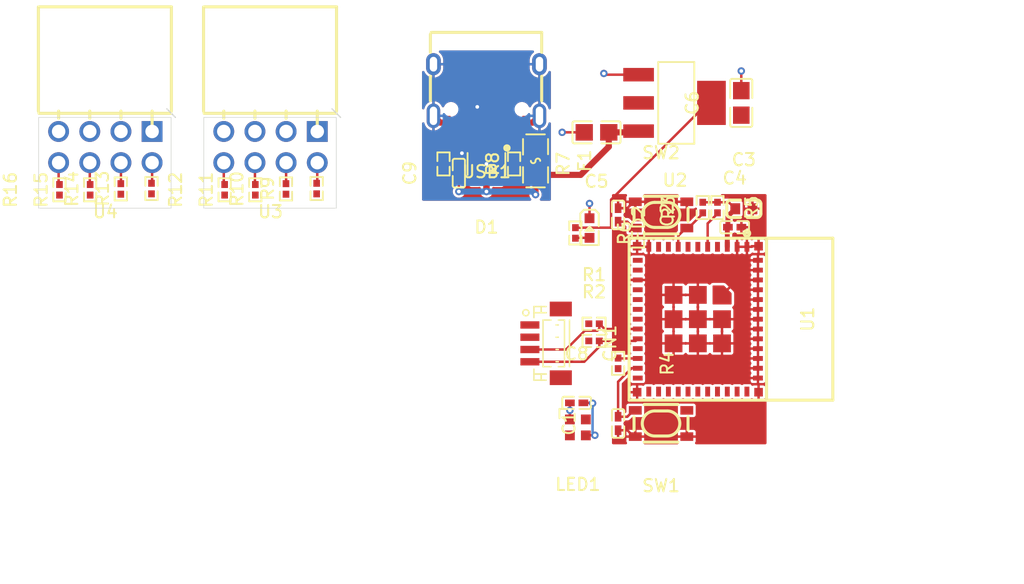
<source format=kicad_pcb>
(kicad_pcb (version 20241229) (generator "pcbnew") (generator_version "9.0")
  (layers (0 "F.Cu" signal) (2 "B.Cu" signal) (13 "F.Paste" user) (15 "B.Paste" user) (5 "F.SilkS" user "F.Silkscreen") (7 "B.SilkS" user "B.Silkscreen") (1 "F.Mask" user) (3 "B.Mask" user) (25 "Edge.Cuts" user))
  (net 0 "")
  (net 1 "mcu.esp32_c3.package.footprint.pins[17].net-net")
  (net 2 "_0")
  (net 3 "mcu.esp32_c3.package.footprint.pins[8].net-net")
  (net 4 "mcu.esp32_c3.package.footprint.pins[52].net-net")
  (net 5 "-line-11")
  (net 6 "-line-8")
  (net 7 "mcu.esp32_c3.package.footprint.pins[25].net-net")
  (net 8 "-line-4")
  (net 9 "output-1")
  (net 10 "-line-5")
  (net 11 "mcu.esp32_c3.package.footprint.pins[6].net-net")
  (net 12 "-line-6")
  (net 13 "hv-1")
  (net 14 "mcu.esp32_c3.package.footprint.pins[20].net-net")
  (net 15 "-line-10")
  (net 16 "mcu.esp32_c3.package.footprint.pins[28].net-net")
  (net 17 "-line-12")
  (net 18 "mcu.esp32_c3.package.footprint.pins[33].net-net")
  (net 19 "mcu.esp32_c3.package.footprint.pins[1].net-net")
  (net 20 "mcu.esp32_c3.package.footprint.pins[27].net-net")
  (net 21 "-line-7")
  (net 22 "-line-9")
  (net 23 "mcu.esp32_c3.package.footprint.pins[50].net-net")
  (net 24 "mcu.esp32_c3.package.footprint.pins[16].net-net")
  (net 25 "mcu.esp32_c3.package.footprint.pins[26].net-net")
  (net 26 "mcu.esp32_c3.package.footprint.pins[21].net-net")
  (net 27 "gnd")
  (net 28 "line-1")
  (net 29 "line-3")
  (net 30 "line-4")
  (net 31 "-hv")
  (net 32 "line-0")
  (net 33 "line-5")
  (net 34 "line-2")
  (net 35 "hv-0")
  (net 36 "output-0")
  (net 37 "anode")
  (net 38 "debug_header.headers[1]-_8")
  (net 39 "debug_header.headers[0]-_6")
  (net 40 "debug_header.headers[1]-_4")
  (net 41 "debug_header.headers[1]-_6")
  (net 42 "debug_header.headers[1]-line-1")
  (net 43 "debug_header.headers[1]-line-0")
  (net 44 "debug_header.headers[0]-_4")
  (net 45 "debug_header.headers[0]-_8")
  (net 46 "debug_header.headers[0]-_2")
  (net 47 "debug_header.headers[1]-_2")
  (net 48 "debug_header.headers[1]-gnd")
  (net 49 "-line-1")
  (net 50 "-line-2")
  (net 51 "-line-0")
  (net 52 "-line-3")
  (footprint "Samsung_Electro_Mechanics_CL10A226MQ8NRNC:C0603" (layer "F.Cu") (at 154.18 28.83)
    (property "Reference" "C3" (at 0 -4 0) (layer "F.SilkS"))
    (property "Value" "22µF ±20% 6.3V X5R")
    (fp_text user "${REFERENCE}" (at 0 -4 0) (layer "F.SilkS"))
    (pad "1" smd rect (at -0.7 0) (size 0.8 0.9) (layers "F.Cu" "F.Mask" "F.Paste") (net 13 "hv-1"))
    (pad "2" smd rect (at 0.7 0) (size 0.8 0.9) (layers "F.Cu" "F.Mask" "F.Paste") (net 27 "gnd"))
  )
  (footprint "UNI_ROYAL_0402WGF1002TCE:R0402" (layer "F.Cu") (at 150.83 28.73 -90)
    (property "Reference" "R5" (at 0 -4 90) (layer "F.SilkS"))
    (property "Value" "10kΩ ±1% 62.5mW")
    (fp_text user "${REFERENCE}" (at 0 -4 90) (layer "F.SilkS"))
    (pad "1" smd rect (at -0.43 0 270) (size 0.57 0.54) (layers "F.Cu" "F.Mask" "F.Paste") (net 13 "hv-1"))
    (pad "2" smd rect (at 0.43 0 270) (size 0.57 0.54) (layers "F.Cu" "F.Mask" "F.Paste") (net 9 "output-1"))
  )
  (footprint "HCTL_PM254_2_04_W_8_5:HDR-TH_8P-P2.54-H-F-R2-C4-W8.5" (layer "F.Cu") (at 115.6 23.8 180)
    (property "Reference" "U3" (at 0 -5.27 0) (layer "F.SilkS"))
    (property "Value" "")
    (fp_text user "${REFERENCE}" (at 0 -5.27 0) (layer "F.SilkS"))
    (pad "1" thru_hole rect (at -3.81 1.27 180) (size 1.7 1.7) (drill 1.100023) (layers "*.Cu" "*.Mask") (net 27 "gnd"))
    (pad "2" thru_hole circle (at -3.81 -1.27 180) (size 1.7 1.7) (drill 1.100023) (layers "*.Cu" "*.Mask") (net 46 "debug_header.headers[0]-_2"))
    (pad "3" thru_hole circle (at -1.27 1.27 180) (size 1.7 1.7) (drill 1.100023) (layers "*.Cu" "*.Mask") (net 27 "gnd"))
    (pad "4" thru_hole circle (at -1.27 -1.27 180) (size 1.7 1.7) (drill 1.100023) (layers "*.Cu" "*.Mask") (net 44 "debug_header.headers[0]-_4"))
    (pad "5" thru_hole circle (at 1.27 1.27 180) (size 1.7 1.7) (drill 1.100023) (layers "*.Cu" "*.Mask") (net 27 "gnd"))
    (pad "6" thru_hole circle (at 1.27 -1.27 180) (size 1.7 1.7) (drill 1.100023) (layers "*.Cu" "*.Mask") (net 39 "debug_header.headers[0]-_6"))
    (pad "7" thru_hole circle (at 3.81 1.27 180) (size 1.7 1.7) (drill 1.100023) (layers "*.Cu" "*.Mask") (net 27 "gnd"))
    (pad "8" thru_hole circle (at 3.81 -1.27 180) (size 1.7 1.7) (drill 1.100023) (layers "*.Cu" "*.Mask") (net 45 "debug_header.headers[0]-_8"))
  )
  (footprint "Samsung_Electro_Mechanics_CL05B104KO5NNNC:C0402" (layer "F.Cu") (at 143.93 46.33 90)
    (property "Reference" "C1" (at 0 -4 90) (layer "F.SilkS"))
    (property "Value" "100nF ±10% 16V X7R")
    (fp_text user "${REFERENCE}" (at 0 -4 90) (layer "F.SilkS"))
    (pad "1" smd rect (at -0.55 0 90) (size 0.79 0.54) (layers "F.Cu" "F.Mask" "F.Paste") (net 27 "gnd"))
    (pad "2" smd rect (at 0.55 0 90) (size 0.79 0.54) (layers "F.Cu" "F.Mask" "F.Paste") (net 36 "output-0"))
  )
  (footprint "ALPSALPINE_SKRPACE010:KEY-SMD_4P-L4.2-W3.2-P2.20-LS4.6" (layer "F.Cu") (at 147.43 46.33 180)
    (property "Reference" "SW1" (at 0 -5.07 0) (layer "F.SilkS"))
    (property "Value" "")
    (fp_text user "${REFERENCE}" (at 0 -5.07 0) (layer "F.SilkS"))
    (pad "1" smd rect (at -2.1 -1.07 180) (size 1.05 0.7) (layers "F.Cu" "F.Mask" "F.Paste") (net 27 "gnd"))
    (pad "2" smd rect (at 2.1 -1.07 180) (size 1.05 0.7) (layers "F.Cu" "F.Mask" "F.Paste") (net 27 "gnd"))
    (pad "3" smd rect (at -2.1 1.07 180) (size 1.05 0.7) (layers "F.Cu" "F.Mask" "F.Paste") (net 36 "output-0"))
    (pad "4" smd rect (at 2.1 1.07 180) (size 1.05 0.7) (layers "F.Cu" "F.Mask" "F.Paste") (net 36 "output-0"))
  )
  (footprint "SHOU_HAN_TYPE_C_16PIN_2MD_073:USB-C-SMD_TYPE-C-6PIN-2MD-073" (layer "F.Cu") (at 133.2 19.425 180)
    (property "Reference" "USB1" (at 0 -6.38 0) (layer "F.SilkS"))
    (property "Value" "")
    (fp_text user "${REFERENCE}" (at 0 -6.38 0) (layer "F.SilkS"))
    (pad "" np_thru_hole circle (at -2.89 -1.3 180) (size 0.7 0.7) (drill 0.7) (layers "*.Cu" "*.Mask"))
    (pad "" np_thru_hole circle (at 2.89 -1.3 180) (size 0.7 0.7) (drill 0.7) (layers "*.Cu" "*.Mask"))
    (pad "1" smd rect (at -3.2 -2.38 180) (size 0.55 1.1) (layers "F.Cu" "F.Mask" "F.Paste") (net 27 "gnd"))
    (pad "2" smd rect (at -2.4 -2.38 180) (size 0.55 1.1) (layers "F.Cu" "F.Mask" "F.Paste") (net 35 "hv-0"))
    (pad "3" smd rect (at -1.75 -2.38 180) (size 0.3 1.1) (layers "F.Cu" "F.Mask" "F.Paste") (net 29 "line-3"))
    (pad "4" smd rect (at -1.25 -2.38 180) (size 0.3 1.1) (layers "F.Cu" "F.Mask" "F.Paste") (net 32 "line-0"))
    (pad "5" smd rect (at -0.75 -2.38 180) (size 0.3 1.1) (layers "F.Cu" "F.Mask" "F.Paste") (net 30 "line-4"))
    (pad "6" smd rect (at -0.25 -2.38 180) (size 0.3 1.1) (layers "F.Cu" "F.Mask" "F.Paste") (net 33 "line-5"))
    (pad "7" smd rect (at 0.25 -2.38 180) (size 0.3 1.1) (layers "F.Cu" "F.Mask" "F.Paste") (net 30 "line-4"))
    (pad "8" smd rect (at 0.75 -2.38 180) (size 0.3 1.1) (layers "F.Cu" "F.Mask" "F.Paste") (net 33 "line-5"))
    (pad "9" smd rect (at 1.25 -2.38 180) (size 0.3 1.1) (layers "F.Cu" "F.Mask" "F.Paste") (net 34 "line-2"))
    (pad "10" smd rect (at 1.75 -2.38 180) (size 0.3 1.1) (layers "F.Cu" "F.Mask" "F.Paste") (net 28 "line-1"))
    (pad "11" smd rect (at 2.4 -2.38 180) (size 0.55 1.1) (layers "F.Cu" "F.Mask" "F.Paste") (net 35 "hv-0"))
    (pad "12" smd rect (at 3.2 -2.38 180) (size 0.55 1.1) (layers "F.Cu" "F.Mask" "F.Paste") (net 27 "gnd"))
    (pad "13" thru_hole oval (at -4.32 -1.83 180) (size 1.1 2) (drill oval 0.599999 1.499997) (layers "*.Cu" "*.Mask") (net 27 "gnd"))
    (pad "14" thru_hole oval (at 4.32 -1.83 180) (size 1.1 2) (drill oval 0.599999 1.500022) (layers "*.Cu" "*.Mask") (net 27 "gnd"))
    (pad "15" thru_hole oval (at 4.32 2.38 180) (size 1.2 1.8) (drill oval 0.599999 1.199998) (layers "*.Cu" "*.Mask") (net 27 "gnd"))
    (pad "16" thru_hole oval (at -4.32 2.38 180) (size 1.2 1.8) (drill oval 0.599999 1.199998) (layers "*.Cu" "*.Mask") (net 27 "gnd"))
  )
  (footprint "Lite_On_LTST_C191KGKT:LED0603-RD" (layer "F.Cu") (at 141.6 30.4 -90)
    (property "Reference" "LED2" (at 0 -4 90) (layer "F.SilkS"))
    (property "Value" "")
    (fp_text user "${REFERENCE}" (at 0 -4 90) (layer "F.SilkS"))
    (pad "1" smd rect (at -0.8 0) (size 0.8 0.8) (layers "F.Cu" "F.Mask" "F.Paste") (net 27 "gnd"))
    (pad "2" smd rect (at 0.8 0) (size 0.8 0.8) (layers "F.Cu" "F.Mask" "F.Paste") (net 37 "anode"))
  )
  (footprint "UNI_ROYAL_0402WGF1001TCE:R0402" (layer "F.Cu") (at 105.898 27.1825 90)
    (property "Reference" "R13" (at 0 -4 90) (layer "F.SilkS"))
    (property "Value" "1kΩ ±1% 62.5mW")
    (fp_text user "${REFERENCE}" (at 0 -4 90) (layer "F.SilkS"))
    (pad "1" smd rect (at -0.43 0 90) (size 0.57 0.54) (layers "F.Cu" "F.Mask" "F.Paste") (net 13 "hv-1"))
    (pad "2" smd rect (at 0.43 0 90) (size 0.57 0.54) (layers "F.Cu" "F.Mask" "F.Paste") (net 47 "debug_header.headers[1]-_2"))
  )
  (footprint "UNI_ROYAL_0402WGF4701TCE:R0402" (layer "F.Cu") (at 141.97 38.2)
    (property "Reference" "R1" (at 0 -4 0) (layer "F.SilkS"))
    (property "Value" "4.7kΩ ±1% 62.5mW")
    (fp_text user "${REFERENCE}" (at 0 -4 0) (layer "F.SilkS"))
    (pad "1" smd rect (at -0.43 0) (size 0.57 0.54) (layers "F.Cu" "F.Mask" "F.Paste") (net 13 "hv-1"))
    (pad "2" smd rect (at 0.43 0) (size 0.57 0.54) (layers "F.Cu" "F.Mask" "F.Paste") (net 51 "-line-0"))
  )
  (footprint "UNI_ROYAL_0402WGF5101TCE:R0402" (layer "F.Cu") (at 135.45 25.175 -90)
    (property "Reference" "R7" (at 0 -4 90) (layer "F.SilkS"))
    (property "Value" "5.1kΩ ±1% 62.5mW")
    (fp_text user "${REFERENCE}" (at 0 -4 90) (layer "F.SilkS"))
    (pad "1" smd rect (at -0.43 0 270) (size 0.57 0.54) (layers "F.Cu" "F.Mask" "F.Paste") (net 32 "line-0"))
    (pad "2" smd rect (at 0.43 0 270) (size 0.57 0.54) (layers "F.Cu" "F.Mask" "F.Paste") (net 27 "gnd"))
  )
  (footprint "Samsung_Electro_Mechanics_CL05B104KO5NNNC:C0402" (layer "F.Cu") (at 130.95 25.925 90)
    (property "Reference" "C9" (at 0 -4 90) (layer "F.SilkS"))
    (property "Value" "100nF ±10% 16V X7R")
    (fp_text user "${REFERENCE}" (at 0 -4 90) (layer "F.SilkS"))
    (pad "1" smd rect (at -0.55 0 90) (size 0.79 0.54) (layers "F.Cu" "F.Mask" "F.Paste") (net 31 "-hv"))
    (pad "2" smd rect (at 0.55 0 90) (size 0.79 0.54) (layers "F.Cu" "F.Mask" "F.Paste") (net 27 "gnd"))
  )
  (footprint "UNI_ROYAL_0402WGF1001TCE:R0402" (layer "F.Cu") (at 119.36 27.1825 90)
    (property "Reference" "R9" (at 0 -4 90) (layer "F.SilkS"))
    (property "Value" "1kΩ ±1% 62.5mW")
    (fp_text user "${REFERENCE}" (at 0 -4 90) (layer "F.SilkS"))
    (pad "1" smd rect (at -0.43 0 90) (size 0.57 0.54) (layers "F.Cu" "F.Mask" "F.Paste") (net 51 "-line-0"))
    (pad "2" smd rect (at 0.43 0 90) (size 0.57 0.54) (layers "F.Cu" "F.Mask" "F.Paste") (net 46 "debug_header.headers[0]-_2"))
  )
  (footprint "JST_Sales_America_BM04B_SRSS_TB_LF__SN:CONN-SMD_BM04B-SRSS-TB" (layer "F.Cu") (at 138 39.8 -90)
    (property "Reference" "CN1" (at 0 -5.26 90) (layer "F.SilkS"))
    (property "Value" "")
    (fp_text user "${REFERENCE}" (at 0 -5.26 90) (layer "F.SilkS"))
    (pad "0" smd rect (at -2.8 -1.26 270) (size 1.2 1.8) (layers "F.Cu" "F.Mask" "F.Paste") (net 2 "_0"))
    (pad "0" smd rect (at 2.8 -1.26 270) (size 1.2 1.8) (layers "F.Cu" "F.Mask" "F.Paste") (net 2 "_0"))
    (pad "1" smd rect (at -1.5 1.26 270) (size 0.6 1.55) (layers "F.Cu" "F.Mask" "F.Paste") (net 27 "gnd"))
    (pad "2" smd rect (at -0.5 1.26 270) (size 0.6 1.55) (layers "F.Cu" "F.Mask" "F.Paste") (net 13 "hv-1"))
    (pad "3" smd rect (at 0.5 1.26 270) (size 0.6 1.55) (layers "F.Cu" "F.Mask" "F.Paste") (net 51 "-line-0"))
    (pad "4" smd rect (at 1.5 1.26 270) (size 0.6 1.55) (layers "F.Cu" "F.Mask" "F.Paste") (net 49 "-line-1"))
  )
  (footprint "UNI_ROYAL_0402WGF1001TCE:R0402" (layer "F.Cu") (at 100.898 27.2825 90)
    (property "Reference" "R15" (at 0 -4 90) (layer "F.SilkS"))
    (property "Value" "1kΩ ±1% 62.5mW")
    (fp_text user "${REFERENCE}" (at 0 -4 90) (layer "F.SilkS"))
    (pad "1" smd rect (at -0.43 0 90) (size 0.57 0.54) (layers "F.Cu" "F.Mask" "F.Paste") (net 43 "debug_header.headers[1]-line-0"))
    (pad "2" smd rect (at 0.43 0 90) (size 0.57 0.54) (layers "F.Cu" "F.Mask" "F.Paste") (net 41 "debug_header.headers[1]-_6"))
  )
  (footprint "UNI_ROYAL_0402WGF1001TCE:R0402" (layer "F.Cu") (at 111.86 27.2825 90)
    (property "Reference" "R12" (at 0 -4 90) (layer "F.SilkS"))
    (property "Value" "1kΩ ±1% 62.5mW")
    (fp_text user "${REFERENCE}" (at 0 -4 90) (layer "F.SilkS"))
    (pad "1" smd rect (at -0.43 0 90) (size 0.57 0.54) (layers "F.Cu" "F.Mask" "F.Paste") (net 52 "-line-3"))
    (pad "2" smd rect (at 0.43 0 90) (size 0.57 0.54) (layers "F.Cu" "F.Mask" "F.Paste") (net 45 "debug_header.headers[0]-_8"))
  )
  (footprint "UNI_ROYAL_0402WGF1002TCE:R0402" (layer "F.Cu") (at 152.03 28.73 90)
    (property "Reference" "R3" (at 0 -4 90) (layer "F.SilkS"))
    (property "Value" "10kΩ ±1% 62.5mW")
    (fp_text user "${REFERENCE}" (at 0 -4 90) (layer "F.SilkS"))
    (pad "1" smd rect (at -0.43 0 90) (size 0.57 0.54) (layers "F.Cu" "F.Mask" "F.Paste") (net 10 "-line-5"))
    (pad "2" smd rect (at 0.43 0 90) (size 0.57 0.54) (layers "F.Cu" "F.Mask" "F.Paste") (net 13 "hv-1"))
  )
  (footprint "UNI_ROYAL_0402WGF1001TCE:R0402" (layer "F.Cu") (at 98.398 27.2825 90)
    (property "Reference" "R16" (at 0 -4 90) (layer "F.SilkS"))
    (property "Value" "1kΩ ±1% 62.5mW")
    (fp_text user "${REFERENCE}" (at 0 -4 90) (layer "F.SilkS"))
    (pad "1" smd rect (at -0.43 0 90) (size 0.57 0.54) (layers "F.Cu" "F.Mask" "F.Paste") (net 42 "debug_header.headers[1]-line-1"))
    (pad "2" smd rect (at 0.43 0 90) (size 0.57 0.54) (layers "F.Cu" "F.Mask" "F.Paste") (net 38 "debug_header.headers[1]-_8"))
  )
  (footprint "STMicroelectronics_USBLC6_2SC6:SOT-23-6_L2.9-W1.6-P0.95-LS2.8-BL" (layer "F.Cu") (at 133.2 25.175 180)
    (property "Reference" "D1" (at 0 -5.15 0) (layer "F.SilkS"))
    (property "Value" "")
    (fp_text user "${REFERENCE}" (at 0 -5.15 0) (layer "F.SilkS"))
    (pad "1" smd rect (at -0.95 1.15 180) (size 0.53 1.07) (layers "F.Cu" "F.Mask" "F.Paste") (net 30 "line-4"))
    (pad "2" smd rect (at 0 1.15 180) (size 0.53 1.07) (layers "F.Cu" "F.Mask" "F.Paste") (net 27 "gnd"))
    (pad "3" smd rect (at 0.95 1.15 180) (size 0.53 1.07) (layers "F.Cu" "F.Mask" "F.Paste") (net 33 "line-5"))
    (pad "4" smd rect (at 0.95 -1.15 180) (size 0.53 1.07) (layers "F.Cu" "F.Mask" "F.Paste") (net 33 "line-5"))
    (pad "5" smd rect (at 0 -1.15 180) (size 0.53 1.07) (layers "F.Cu" "F.Mask" "F.Paste") (net 31 "-hv"))
    (pad "6" smd rect (at -0.95 -1.15 180) (size 0.53 1.07) (layers "F.Cu" "F.Mask" "F.Paste") (net 30 "line-4"))
  )
  (footprint "UNI_ROYAL_0402WGF1001TCE:R0402" (layer "F.Cu") (at 140.45 30.8 -90)
    (property "Reference" "R6" (at 0 -4 90) (layer "F.SilkS"))
    (property "Value" "1kΩ ±1% 62.5mW")
    (fp_text user "${REFERENCE}" (at 0 -4 90) (layer "F.SilkS"))
    (pad "1" smd rect (at -0.43 0 270) (size 0.57 0.54) (layers "F.Cu" "F.Mask" "F.Paste") (net 13 "hv-1"))
    (pad "2" smd rect (at 0.43 0 270) (size 0.57 0.54) (layers "F.Cu" "F.Mask" "F.Paste") (net 37 "anode"))
  )
  (footprint "HCTL_PM254_2_04_W_8_5:HDR-TH_8P-P2.54-H-F-R2-C4-W8.5" (layer "F.Cu") (at 102.138 23.8 180)
    (property "Reference" "U4" (at 0 -5.27 0) (layer "F.SilkS"))
    (property "Value" "")
    (fp_text user "${REFERENCE}" (at 0 -5.27 0) (layer "F.SilkS"))
    (pad "1" thru_hole rect (at -3.81 1.27 180) (size 1.7 1.7) (drill 1.100023) (layers "*.Cu" "*.Mask") (net 48 "debug_header.headers[1]-gnd"))
    (pad "2" thru_hole circle (at -3.81 -1.27 180) (size 1.7 1.7) (drill 1.100023) (layers "*.Cu" "*.Mask") (net 47 "debug_header.headers[1]-_2"))
    (pad "3" thru_hole circle (at -1.27 1.27 180) (size 1.7 1.7) (drill 1.100023) (layers "*.Cu" "*.Mask") (net 48 "debug_header.headers[1]-gnd"))
    (pad "4" thru_hole circle (at -1.27 -1.27 180) (size 1.7 1.7) (drill 1.100023) (layers "*.Cu" "*.Mask") (net 40 "debug_header.headers[1]-_4"))
    (pad "5" thru_hole circle (at 1.27 1.27 180) (size 1.7 1.7) (drill 1.100023) (layers "*.Cu" "*.Mask") (net 48 "debug_header.headers[1]-gnd"))
    (pad "6" thru_hole circle (at 1.27 -1.27 180) (size 1.7 1.7) (drill 1.100023) (layers "*.Cu" "*.Mask") (net 41 "debug_header.headers[1]-_6"))
    (pad "7" thru_hole circle (at 3.81 1.27 180) (size 1.7 1.7) (drill 1.100023) (layers "*.Cu" "*.Mask") (net 48 "debug_header.headers[1]-gnd"))
    (pad "8" thru_hole circle (at 3.81 -1.27 180) (size 1.7 1.7) (drill 1.100023) (layers "*.Cu" "*.Mask") (net 38 "debug_header.headers[1]-_8"))
  )
  (footprint "UNI_ROYAL_0402WGF1002TCE:R0402" (layer "F.Cu") (at 143.93 41.43 -90)
    (property "Reference" "R4" (at 0 -4 90) (layer "F.SilkS"))
    (property "Value" "10kΩ ±1% 62.5mW")
    (fp_text user "${REFERENCE}" (at 0 -4 90) (layer "F.SilkS"))
    (pad "1" smd rect (at -0.43 0 270) (size 0.57 0.54) (layers "F.Cu" "F.Mask" "F.Paste") (net 6 "-line-8"))
    (pad "2" smd rect (at 0.43 0 270) (size 0.57 0.54) (layers "F.Cu" "F.Mask" "F.Paste") (net 13 "hv-1"))
  )
  (footprint "Samsung_Electro_Mechanics_CL05B104KO5NNNC:C0402" (layer "F.Cu") (at 153.43 30.33)
    (property "Reference" "C4" (at 0 -4 0) (layer "F.SilkS"))
    (property "Value" "100nF ±10% 16V X7R")
    (fp_text user "${REFERENCE}" (at 0 -4 0) (layer "F.SilkS"))
    (pad "1" smd rect (at -0.55 0) (size 0.79 0.54) (layers "F.Cu" "F.Mask" "F.Paste") (net 13 "hv-1"))
    (pad "2" smd rect (at 0.55 0) (size 0.79 0.54) (layers "F.Cu" "F.Mask" "F.Paste") (net 27 "gnd"))
  )
  (footprint "Espressif_Systems_ESP32_C3_MINI_1_N4:WIFIM-SMD_ESP32-C3-MINI-1" (layer "F.Cu") (at 150.43 37.83 -90)
    (property "Reference" "U1" (at 0 -8.95 90) (layer "F.SilkS"))
    (property "Value" "")
    (fp_text user "${REFERENCE}" (at 0 -8.95 90) (layer "F.SilkS"))
    (pad "1" smd rect (at -5.9 -4) (size 0.4 0.8) (layers "F.Cu" "F.Mask" "F.Paste") (net 27 "gnd"))
    (pad "2" smd rect (at -5.9 -3.2) (size 0.4 0.8) (layers "F.Cu" "F.Mask" "F.Paste") (net 27 "gnd"))
    (pad "3" smd rect (at -5.9 -2.4) (size 0.4 0.8) (layers "F.Cu" "F.Mask" "F.Paste") (net 13 "hv-1"))
    (pad "4" smd rect (at -5.9 -1.6) (size 0.4 0.8) (layers "F.Cu" "F.Mask" "F.Paste") (net 18 "mcu.esp32_c3.package.footprint.pins[33].net-net"))
    (pad "5" smd rect (at -5.9 -0.8) (size 0.4 0.8) (layers "F.Cu" "F.Mask" "F.Paste") (net 10 "-line-5"))
    (pad "6" smd rect (at -5.9 0) (size 0.4 0.8) (layers "F.Cu" "F.Mask" "F.Paste") (net 12 "-line-6"))
    (pad "7" smd rect (at -5.9 0.8) (size 0.4 0.8) (layers "F.Cu" "F.Mask" "F.Paste") (net 23 "mcu.esp32_c3.package.footprint.pins[50].net-net"))
    (pad "8" smd rect (at -5.9 1.6) (size 0.4 0.8) (layers "F.Cu" "F.Mask" "F.Paste") (net 9 "output-1"))
    (pad "9" smd rect (at -5.9 2.4) (size 0.4 0.8) (layers "F.Cu" "F.Mask" "F.Paste") (net 4 "mcu.esp32_c3.package.footprint.pins[52].net-net"))
    (pad "10" smd rect (at -5.9 3.2) (size 0.4 0.8) (layers "F.Cu" "F.Mask" "F.Paste") (net 19 "mcu.esp32_c3.package.footprint.pins[1].net-net"))
    (pad "11" smd rect (at -5.9 4) (size 0.4 0.8) (layers "F.Cu" "F.Mask" "F.Paste") (net 27 "gnd"))
    (pad "12" smd rect (at -4.8 4.9 90) (size 0.4 0.8) (layers "F.Cu" "F.Mask" "F.Paste") (net 52 "-line-3"))
    (pad "13" smd rect (at -4 4.9 90) (size 0.4 0.8) (layers "F.Cu" "F.Mask" "F.Paste") (net 8 "-line-4"))
    (pad "14" smd rect (at -3.2 4.9 90) (size 0.4 0.8) (layers "F.Cu" "F.Mask" "F.Paste") (net 27 "gnd"))
    (pad "15" smd rect (at -2.4 4.9 90) (size 0.4 0.8) (layers "F.Cu" "F.Mask" "F.Paste") (net 11 "mcu.esp32_c3.package.footprint.pins[6].net-net"))
    (pad "16" smd rect (at -1.6 4.9 90) (size 0.4 0.8) (layers "F.Cu" "F.Mask" "F.Paste") (net 15 "-line-10"))
    (pad "17" smd rect (at -0.8 4.9 90) (size 0.4 0.8) (layers "F.Cu" "F.Mask" "F.Paste") (net 3 "mcu.esp32_c3.package.footprint.pins[8].net-net"))
    (pad "18" smd rect (at 0 4.9 90) (size 0.4 0.8) (layers "F.Cu" "F.Mask" "F.Paste") (net 21 "-line-7"))
    (pad "19" smd rect (at 0.8 4.9 90) (size 0.4 0.8) (layers "F.Cu" "F.Mask" "F.Paste") (net 51 "-line-0"))
    (pad "20" smd rect (at 1.6 4.9 90) (size 0.4 0.8) (layers "F.Cu" "F.Mask" "F.Paste") (net 49 "-line-1"))
    (pad "21" smd rect (at 2.4 4.9 90) (size 0.4 0.8) (layers "F.Cu" "F.Mask" "F.Paste") (net 22 "-line-9"))
    (pad "22" smd rect (at 3.2 4.9 90) (size 0.4 0.8) (layers "F.Cu" "F.Mask" "F.Paste") (net 6 "-line-8"))
    (pad "23" smd rect (at 4 4.9 90) (size 0.4 0.8) (layers "F.Cu" "F.Mask" "F.Paste") (net 36 "output-0"))
    (pad "24" smd rect (at 4.8 4.9 90) (size 0.4 0.8) (layers "F.Cu" "F.Mask" "F.Paste") (net 24 "mcu.esp32_c3.package.footprint.pins[16].net-net"))
    (pad "25" smd rect (at 5.9 4 180) (size 0.4 0.8) (layers "F.Cu" "F.Mask" "F.Paste") (net 1 "mcu.esp32_c3.package.footprint.pins[17].net-net"))
    (pad "26" smd rect (at 5.9 3.2 180) (size 0.4 0.8) (layers "F.Cu" "F.Mask" "F.Paste") (net 30 "line-4"))
    (pad "27" smd rect (at 5.9 2.4 180) (size 0.4 0.8) (layers "F.Cu" "F.Mask" "F.Paste") (net 33 "line-5"))
    (pad "28" smd rect (at 5.9 1.6 180) (size 0.4 0.8) (layers "F.Cu" "F.Mask" "F.Paste") (net 14 "mcu.esp32_c3.package.footprint.pins[20].net-net"))
    (pad "29" smd rect (at 5.9 0.8 180) (size 0.4 0.8) (layers "F.Cu" "F.Mask" "F.Paste") (net 26 "mcu.esp32_c3.package.footprint.pins[21].net-net"))
    (pad "30" smd rect (at 5.9 0 180) (size 0.4 0.8) (layers "F.Cu" "F.Mask" "F.Paste") (net 5 "-line-11"))
    (pad "31" smd rect (at 5.9 -0.8 180) (size 0.4 0.8) (layers "F.Cu" "F.Mask" "F.Paste") (net 17 "-line-12"))
    (pad "32" smd rect (at 5.9 -1.6 180) (size 0.4 0.8) (layers "F.Cu" "F.Mask" "F.Paste") (net 7 "mcu.esp32_c3.package.footprint.pins[25].net-net"))
    (pad "33" smd rect (at 5.9 -2.4 180) (size 0.4 0.8) (layers "F.Cu" "F.Mask" "F.Paste") (net 25 "mcu.esp32_c3.package.footprint.pins[26].net-net"))
    (pad "34" smd rect (at 5.9 -3.2 180) (size 0.4 0.8) (layers "F.Cu" "F.Mask" "F.Paste") (net 20 "mcu.esp32_c3.package.footprint.pins[27].net-net"))
    (pad "35" smd rect (at 5.9 -4 180) (size 0.4 0.8) (layers "F.Cu" "F.Mask" "F.Paste") (net 16 "mcu.esp32_c3.package.footprint.pins[28].net-net"))
    (pad "36" smd rect (at 4.8 -4.9 270) (size 0.4 0.8) (layers "F.Cu" "F.Mask" "F.Paste") (net 27 "gnd"))
    (pad "37" smd rect (at 4 -4.9 270) (size 0.4 0.8) (layers "F.Cu" "F.Mask" "F.Paste") (net 27 "gnd"))
    (pad "38" smd rect (at 3.2 -4.9 270) (size 0.4 0.8) (layers "F.Cu" "F.Mask" "F.Paste") (net 27 "gnd"))
    (pad "39" smd rect (at 2.4 -4.9 270) (size 0.4 0.8) (layers "F.Cu" "F.Mask" "F.Paste") (net 27 "gnd"))
    (pad "40" smd rect (at 1.6 -4.9 270) (size 0.4 0.8) (layers "F.Cu" "F.Mask" "F.Paste") (net 27 "gnd"))
    (pad "41" smd rect (at 0.8 -4.9 270) (size 0.4 0.8) (layers "F.Cu" "F.Mask" "F.Paste") (net 27 "gnd"))
    (pad "42" smd rect (at 0 -4.9 270) (size 0.4 0.8) (layers "F.Cu" "F.Mask" "F.Paste") (net 27 "gnd"))
    (pad "43" smd rect (at -0.8 -4.9 270) (size 0.4 0.8) (layers "F.Cu" "F.Mask" "F.Paste") (net 27 "gnd"))
    (pad "44" smd rect (at -1.6 -4.9 270) (size 0.4 0.8) (layers "F.Cu" "F.Mask" "F.Paste") (net 27 "gnd"))
    (pad "45" smd rect (at -2.4 -4.9 270) (size 0.4 0.8) (layers "F.Cu" "F.Mask" "F.Paste") (net 27 "gnd"))
    (pad "46" smd rect (at -3.2 -4.9 270) (size 0.4 0.8) (layers "F.Cu" "F.Mask" "F.Paste") (net 27 "gnd"))
    (pad "47" smd rect (at -4 -4.9 270) (size 0.4 0.8) (layers "F.Cu" "F.Mask" "F.Paste") (net 27 "gnd"))
    (pad "48" smd rect (at -4.8 -4.9 270) (size 0.4 0.8) (layers "F.Cu" "F.Mask" "F.Paste") (net 27 "gnd"))
    (pad "49" smd custom (at -1.98 -1.98 270) (size 0.01 0.01) (layers "F.Cu" "F.Mask" "F.Paste") (net 27 "gnd") (options (clearance outline) (anchor circle)) (primitives (gr_poly (pts (xy -0.72 -0.12) (xy -0.12 -0.72) (xy 0.73 -0.72) (xy 0.73 0.73) (xy -0.72 0.73)) (width 0.1) (fill yes))))
    (pad "49" smd rect (at -1.98 0 270) (size 1.45 1.45) (layers "F.Cu" "F.Mask" "F.Paste") (net 27 "gnd"))
    (pad "49" smd rect (at -1.98 1.98 270) (size 1.45 1.45) (layers "F.Cu" "F.Mask" "F.Paste") (net 27 "gnd"))
    (pad "49" smd rect (at 0 -1.97 270) (size 1.45 1.45) (layers "F.Cu" "F.Mask" "F.Paste") (net 27 "gnd"))
    (pad "49" smd rect (at 0 0 270) (size 1.45 1.45) (layers "F.Cu" "F.Mask" "F.Paste") (net 27 "gnd"))
    (pad "49" smd rect (at 0 1.98 270) (size 1.45 1.45) (layers "F.Cu" "F.Mask" "F.Paste") (net 27 "gnd"))
    (pad "49" smd rect (at 1.97 -1.97 270) (size 1.45 1.45) (layers "F.Cu" "F.Mask" "F.Paste") (net 27 "gnd"))
    (pad "49" smd rect (at 1.97 0 270) (size 1.45 1.45) (layers "F.Cu" "F.Mask" "F.Paste") (net 27 "gnd"))
    (pad "49" smd rect (at 1.97 1.98 270) (size 1.45 1.45) (layers "F.Cu" "F.Mask" "F.Paste") (net 27 "gnd"))
    (pad "50" smd rect (at 5.95 -4.95 270) (size 0.7 0.7) (layers "F.Cu" "F.Mask" "F.Paste") (net 27 "gnd"))
    (pad "51" smd rect (at 5.95 4.95 270) (size 0.7 0.7) (layers "F.Cu" "F.Mask" "F.Paste") (net 27 "gnd"))
    (pad "52" smd rect (at -5.95 4.95 270) (size 0.7 0.7) (layers "F.Cu" "F.Mask" "F.Paste") (net 27 "gnd"))
    (pad "53" smd rect (at -5.95 -4.95 270) (size 0.7 0.7) (layers "F.Cu" "F.Mask" "F.Paste") (net 27 "gnd"))
  )
  (footprint "ALPSALPINE_SKRPACE010:KEY-SMD_4P-L4.2-W3.2-P2.20-LS4.6" (layer "F.Cu") (at 147.43 29.33)
    (property "Reference" "SW2" (at 0 -5.07 0) (layer "F.SilkS"))
    (property "Value" "")
    (fp_text user "${REFERENCE}" (at 0 -5.07 0) (layer "F.SilkS"))
    (pad "1" smd rect (at -2.1 -1.07) (size 1.05 0.7) (layers "F.Cu" "F.Mask" "F.Paste") (net 27 "gnd"))
    (pad "2" smd rect (at 2.1 -1.07) (size 1.05 0.7) (layers "F.Cu" "F.Mask" "F.Paste") (net 27 "gnd"))
    (pad "3" smd rect (at -2.1 1.07) (size 1.05 0.7) (layers "F.Cu" "F.Mask" "F.Paste") (net 9 "output-1"))
    (pad "4" smd rect (at 2.1 1.07) (size 1.05 0.7) (layers "F.Cu" "F.Mask" "F.Paste") (net 9 "output-1"))
  )
  (footprint "Samsung_Electro_Mechanics_CL05B104KO5NNNC:C0402" (layer "F.Cu") (at 143.93 29.33 -90)
    (property "Reference" "C2" (at 0 -4 90) (layer "F.SilkS"))
    (property "Value" "100nF ±10% 16V X7R")
    (fp_text user "${REFERENCE}" (at 0 -4 90) (layer "F.SilkS"))
    (pad "1" smd rect (at -0.55 0 270) (size 0.79 0.54) (layers "F.Cu" "F.Mask" "F.Paste") (net 27 "gnd"))
    (pad "2" smd rect (at 0.55 0 270) (size 0.79 0.54) (layers "F.Cu" "F.Mask" "F.Paste") (net 9 "output-1"))
  )
  (footprint "UNI_ROYAL_0402WGF4701TCE:R0402" (layer "F.Cu") (at 141.97 39.6)
    (property "Reference" "R2" (at 0 -4 0) (layer "F.SilkS"))
    (property "Value" "4.7kΩ ±1% 62.5mW")
    (fp_text user "${REFERENCE}" (at 0 -4 0) (layer "F.SilkS"))
    (pad "1" smd rect (at -0.43 0) (size 0.57 0.54) (layers "F.Cu" "F.Mask" "F.Paste") (net 13 "hv-1"))
    (pad "2" smd rect (at 0.43 0) (size 0.57 0.54) (layers "F.Cu" "F.Mask" "F.Paste") (net 49 "-line-1"))
  )
  (footprint "Samsung_Electro_Mechanics_CL05B104KO5NNNC:C0402" (layer "F.Cu") (at 140.55 44.65)
    (property "Reference" "C8" (at 0 -4 0) (layer "F.SilkS"))
    (property "Value" "100nF ±10% 16V X7R")
    (fp_text user "${REFERENCE}" (at 0 -4 0) (layer "F.SilkS"))
    (pad "1" smd rect (at -0.55 0) (size 0.79 0.54) (layers "F.Cu" "F.Mask" "F.Paste") (net 13 "hv-1"))
    (pad "2" smd rect (at 0.55 0) (size 0.79 0.54) (layers "F.Cu" "F.Mask" "F.Paste") (net 27 "gnd"))
  )
  (footprint "Samsung_Electro_Mechanics_CL21A226MQQNNNE:C0805" (layer "F.Cu") (at 153.97 20.2 90)
    (property "Reference" "C6" (at 0 -4 90) (layer "F.SilkS"))
    (property "Value" "22µF ±20% 6.3V X5R")
    (fp_text user "${REFERENCE}" (at 0 -4 90) (layer "F.SilkS"))
    (pad "1" smd rect (at -1 0 90) (size 1.41 1.35) (layers "F.Cu" "F.Mask" "F.Paste") (net 13 "hv-1"))
    (pad "2" smd rect (at 1 0 90) (size 1.41 1.35) (layers "F.Cu" "F.Mask" "F.Paste") (net 27 "gnd"))
  )
  (footprint "UNI_ROYAL_0402WGF1001TCE:R0402" (layer "F.Cu") (at 116.86 27.2125 90)
    (property "Reference" "R10" (at 0 -4 90) (layer "F.SilkS"))
    (property "Value" "1kΩ ±1% 62.5mW")
    (fp_text user "${REFERENCE}" (at 0 -4 90) (layer "F.SilkS"))
    (pad "1" smd rect (at -0.43 0 90) (size 0.57 0.54) (layers "F.Cu" "F.Mask" "F.Paste") (net 49 "-line-1"))
    (pad "2" smd rect (at 0.43 0 90) (size 0.57 0.54) (layers "F.Cu" "F.Mask" "F.Paste") (net 44 "debug_header.headers[0]-_4"))
  )
  (footprint "UNI_ROYAL_0402WGF1001TCE:R0402" (layer "F.Cu") (at 103.398 27.2125 90)
    (property "Reference" "R14" (at 0 -4 90) (layer "F.SilkS"))
    (property "Value" "1kΩ ±1% 62.5mW")
    (fp_text user "${REFERENCE}" (at 0 -4 90) (layer "F.SilkS"))
    (pad "1" smd rect (at -0.43 0 90) (size 0.57 0.54) (layers "F.Cu" "F.Mask" "F.Paste") (net 31 "-hv"))
    (pad "2" smd rect (at 0.43 0 90) (size 0.57 0.54) (layers "F.Cu" "F.Mask" "F.Paste") (net 40 "debug_header.headers[1]-_4"))
  )
  (footprint "UNI_ROYAL_0402WGF5101TCE:R0402" (layer "F.Cu") (at 129.7 25.175 -90)
    (property "Reference" "R8" (at 0 -4 90) (layer "F.SilkS"))
    (property "Value" "5.1kΩ ±1% 62.5mW")
    (fp_text user "${REFERENCE}" (at 0 -4 90) (layer "F.SilkS"))
    (pad "1" smd rect (at -0.43 0 270) (size 0.57 0.54) (layers "F.Cu" "F.Mask" "F.Paste") (net 28 "line-1"))
    (pad "2" smd rect (at 0.43 0 270) (size 0.57 0.54) (layers "F.Cu" "F.Mask" "F.Paste") (net 27 "gnd"))
  )
  (footprint "OPSCO_SK6805_EC20:LED-SMD_4P-L2.0-W2.0-BR" (layer "F.Cu") (at 140.65 46.65 180)
    (property "Reference" "LED1" (at 0 -4.65 0) (layer "F.SilkS"))
    (property "Value" "")
    (fp_text user "${REFERENCE}" (at 0 -4.65 0) (layer "F.SilkS"))
    (pad "1" smd rect (at 0.65 0.65 180) (size 0.8 0.8) (layers "F.Cu" "F.Mask" "F.Paste") (net 13 "hv-1"))
    (pad "2" smd rect (at 0.65 -0.65 180) (size 0.8 0.8) (layers "F.Cu" "F.Mask" "F.Paste") (net 50 "-line-2"))
    (pad "3" smd rect (at -0.65 -0.65 180) (size 0.8 0.8) (layers "F.Cu" "F.Mask" "F.Paste") (net 27 "gnd"))
    (pad "4" smd rect (at -0.65 0.65 180) (size 0.8 0.8) (layers "F.Cu" "F.Mask" "F.Paste") (net 36 "output-0"))
  )
  (footprint "UNI_ROYAL_0402WGF1001TCE:R0402" (layer "F.Cu") (at 114.36 27.2825 90)
    (property "Reference" "R11" (at 0 -4 90) (layer "F.SilkS"))
    (property "Value" "1kΩ ±1% 62.5mW")
    (fp_text user "${REFERENCE}" (at 0 -4 90) (layer "F.SilkS"))
    (pad "1" smd rect (at -0.43 0 90) (size 0.57 0.54) (layers "F.Cu" "F.Mask" "F.Paste") (net 50 "-line-2"))
    (pad "2" smd rect (at 0.43 0 90) (size 0.57 0.54) (layers "F.Cu" "F.Mask" "F.Paste") (net 39 "debug_header.headers[0]-_6"))
  )
  (footprint "BHFUSE_BSMD0805_050_15V:F0805" (layer "F.Cu") (at 137.2 24.925 -90)
    (property "Reference" "F1" (at 0 -4 90) (layer "F.SilkS"))
    (property "Value" "")
    (fp_text user "${REFERENCE}" (at 0 -4 90) (layer "F.SilkS"))
    (pad "1" smd rect (at -1.14 0 270) (size 1.33 1.5) (layers "F.Cu" "F.Mask" "F.Paste") (net 35 "hv-0"))
    (pad "2" smd rect (at 1.14 0 270) (size 1.33 1.5) (layers "F.Cu" "F.Mask" "F.Paste") (net 31 "-hv"))
  )
  (footprint "Advanced_Monolithic_Systems_AMS1117_3_3:SOT-223-3_L6.5-W3.4-P2.30-LS7.0-BR" (layer "F.Cu") (at 148.57 20.2 180)
    (property "Reference" "U2" (at 0 -6.3 0) (layer "F.SilkS"))
    (property "Value" "")
    (fp_text user "${REFERENCE}" (at 0 -6.3 0) (layer "F.SilkS"))
    (pad "1" smd rect (at 2.97 2.3 180) (size 2.5 1.1) (layers "F.Cu" "F.Mask" "F.Paste") (net 27 "gnd"))
    (pad "2" smd rect (at 2.97 0 180) (size 2.5 1.1) (layers "F.Cu" "F.Mask" "F.Paste") (net 13 "hv-1"))
    (pad "3" smd rect (at 2.97 -2.3 180) (size 2.5 1.1) (layers "F.Cu" "F.Mask" "F.Paste") (net 31 "-hv"))
    (pad "4" smd rect (at -2.97 0 180) (size 2.34 3.6) (layers "F.Cu" "F.Mask" "F.Paste") (net 13 "hv-1"))
  )
  (footprint "Samsung_Electro_Mechanics_CL21A106KAYNNNE:C0805" (layer "F.Cu") (at 142.17 22.6 180)
    (property "Reference" "C5" (at 0 -4 0) (layer "F.SilkS"))
    (property "Value" "10µF ±10% 25V X5R")
    (fp_text user "${REFERENCE}" (at 0 -4 0) (layer "F.SilkS"))
    (pad "1" smd rect (at -1 0 180) (size 1.41 1.35) (layers "F.Cu" "F.Mask" "F.Paste") (net 31 "-hv"))
    (pad "2" smd rect (at 1 0 180) (size 1.41 1.35) (layers "F.Cu" "F.Mask" "F.Paste") (net 27 "gnd"))
  )
  (gr_line (start 107.148 20.6825) (end 107.848 21.3825) (stroke (width 0.1)) (layer "Edge.Cuts"))
  (gr_rect (start 96.698 21.3825) (end 107.498 28.7825) (stroke (width 0.05)) (fill no) (layer "Edge.Cuts"))
  (gr_line (start 120.61 20.6825) (end 121.31 21.3825) (stroke (width 0.1)) (layer "Edge.Cuts"))
  (gr_rect (start 110.16 21.3825) (end 120.96 28.7825) (stroke (width 0.05)) (fill no) (layer "Edge.Cuts"))
  (segment (start 143.96 41.03) (end 143.93 41) (width 0.2) (layer "F.Cu") (net 6))
  (segment (start 145.53 41.03) (end 143.96 41.03) (width 0.2) (layer "F.Cu") (net 6))
  (segment (start 145.2 30.4) (end 144.68 29.88) (width 0.2) (layer "F.Cu") (net 9))
  (segment (start 145.33 30.4) (end 145.2 30.4) (width 0.2) (layer "F.Cu") (net 9))
  (segment (start 144.68 29.88) (end 143.93 29.88) (width 0.2) (layer "F.Cu") (net 9))
  (segment (start 148.83 31.03) (end 148.83 31.93) (width 0.2) (layer "F.Cu") (net 9))
  (segment (start 149.66 30.4) (end 149.53 30.4) (width 0.2) (layer "F.Cu") (net 9))
  (segment (start 150.83 29.16) (end 150.83 29.23) (width 0.2) (layer "F.Cu") (net 9))
  (segment (start 150.83 29.23) (end 149.66 30.4) (width 0.2) (layer "F.Cu") (net 9))
  (segment (start 149.53 30.4) (end 149.46 30.4) (width 0.2) (layer "F.Cu") (net 9))
  (segment (start 149.46 30.4) (end 148.83 31.03) (width 0.2) (layer "F.Cu") (net 9))
  (segment (start 152.03 29.23) (end 151.23 30.03) (width 0.2) (layer "F.Cu") (net 10))
  (segment (start 152.03 29.16) (end 152.03 29.23) (width 0.2) (layer "F.Cu") (net 10))
  (segment (start 151.23 30.03) (end 151.23 31.93) (width 0.2) (layer "F.Cu") (net 10))
  (segment (start 152.95 28.3) (end 153.48 28.83) (width 0.2) (layer "F.Cu") (net 13))
  (segment (start 152.54 21.2) (end 151.54 20.2) (width 0.2) (layer "F.Cu") (net 13))
  (segment (start 152.83 31.93) (end 152.83 30.38) (width 0.4) (layer "F.Cu") (net 13))
  (segment (start 152.83 30.38) (end 152.88 30.33) (width 0.4) (layer "F.Cu") (net 13))
  (segment (start 152.03 28.3) (end 152.95 28.3) (width 0.2) (layer "F.Cu") (net 13))
  (segment (start 150.83 28.3) (end 152.03 28.3) (width 0.2) (layer "F.Cu") (net 13))
  (segment (start 152.88 30.33) (end 152.88 29.43) (width 0.4) (layer "F.Cu") (net 13))
  (segment (start 151.42 20.32) (end 151.54 20.2) (width 0.2) (layer "F.Cu") (net 13))
  (segment (start 151.243 20.2) (end 151.54 20.2) (width 0.2) (layer "F.Cu") (net 13))
  (segment (start 143.359 28.084) (end 151.243 20.2) (width 0.2) (layer "F.Cu") (net 13))
  (segment (start 140 45.26) (end 140 46) (width 0.2) (layer "F.Cu") (net 13))
  (segment (start 152.88 29.43) (end 153.48 28.83) (width 0.4) (layer "F.Cu") (net 13))
  (segment (start 143.359 30.37) (end 143.359 28.084) (width 0.2) (layer "F.Cu") (net 13))
  (segment (start 140 44.65) (end 140 45.26) (width 0.2) (layer "F.Cu") (net 13))
  (segment (start 140.45 30.37) (end 143.359 30.37) (width 0.2) (layer "F.Cu") (net 13))
  (via (at 140 45.26) (size 0.6) (drill 0.3) (layers "F.Cu" "B.Cu") (net 13))
  (segment (start 141.6 29.6) (end 141.6 28.4) (width 0.2) (layer "F.Cu") (net 27))
  (segment (start 144.68 28.78) (end 143.93 28.78) (width 0.2) (layer "F.Cu") (net 27))
  (segment (start 145.2 28.26) (end 144.68 28.78) (width 0.2) (layer "F.Cu") (net 27))
  (segment (start 141.31 47.29) (end 141.3 47.3) (width 0.2) (layer "F.Cu") (net 27))
  (segment (start 141.17 22.6) (end 139.37 22.6) (width 0.2) (layer "F.Cu") (net 27))
  (segment (start 130 21.805) (end 129.43 21.805) (width 0.5) (layer "F.Cu") (net 27))
  (segment (start 133.2 25.175) (end 133.2 24.025) (width 0.53) (layer "F.Cu") (net 27))
  (segment (start 136.97 21.805) (end 137.52 21.255) (width 0.5) (layer "F.Cu") (net 27))
  (segment (start 153.97 19.2) (end 153.97 17.6) (width 0.2) (layer "F.Cu") (net 27))
  (segment (start 152.41 35.85) (end 153.23 35.03) (width 0.2) (layer "F.Cu") (net 27))
  (segment (start 145.33 28.26) (end 145.2 28.26) (width 0.2) (layer "F.Cu") (net 27))
  (segment (start 145.2 47.4) (end 144.68 46.88) (width 0.2) (layer "F.Cu") (net 27))
  (segment (start 141.82 44.65) (end 141.85 44.68) (width 0.2) (layer "F.Cu") (net 27))
  (segment (start 136.4 21.805) (end 136.97 21.805) (width 0.5) (layer "F.Cu") (net 27))
  (segment (start 145.6 17.9) (end 142.87 17.9) (width 0.2) (layer "F.Cu") (net 27))
  (segment (start 145.33 47.4) (end 145.2 47.4) (width 0.2) (layer "F.Cu") (net 27))
  (segment (start 129.43 21.805) (end 128.88 21.255) (width 0.5) (layer "F.Cu") (net 27))
  (segment (start 142.87 17.9) (end 142.77 17.8) (width 0.2) (layer "F.Cu") (net 27))
  (segment (start 144.68 46.88) (end 143.93 46.88) (width 0.2) (layer "F.Cu") (net 27))
  (segment (start 141.1 44.65) (end 141.82 44.65) (width 0.2) (layer "F.Cu") (net 27))
  (segment (start 142.04 47.29) (end 141.31 47.29) (width 0.2) (layer "F.Cu") (net 27))
  (via (at 142.77 17.8) (size 0.6) (drill 0.3) (layers "F.Cu" "B.Cu") (net 27))
  (via (at 133.2 25.175) (size 0.6) (drill 0.3) (layers "F.Cu" "B.Cu") (net 27))
  (via (at 141.85 44.68) (size 0.6) (drill 0.3) (layers "F.Cu" "B.Cu") (net 27))
  (via (at 153.97 17.6) (size 0.6) (drill 0.3) (layers "F.Cu" "B.Cu") (net 27))
  (via (at 139.37 22.6) (size 0.6) (drill 0.3) (layers "F.Cu" "B.Cu") (net 27))
  (via (at 141.6 28.4) (size 0.6) (drill 0.3) (layers "F.Cu" "B.Cu") (net 27))
  (via (at 142.04 47.29) (size 0.6) (drill 0.3) (layers "F.Cu" "B.Cu") (net 27))
  (via (at 132.45 20.525) (size 0.6) (drill 0.3) (layers "F.Cu" "B.Cu") (net 27))
  (via (at 131.2 24.3) (size 0.6) (drill 0.3) (layers "F.Cu" "B.Cu") (net 27))
  (segment (start 141.85 47.1) (end 142.04 47.29) (width 0.2) (layer "B.Cu") (net 27))
  (segment (start 141.85 44.68) (end 141.85 47.1) (width 0.2) (layer "B.Cu") (net 27))
  (segment (start 129.7 24.745) (end 131.45 22.995) (width 0.2) (layer "F.Cu") (net 28))
  (segment (start 131.45 22.995) (end 131.45 21.805) (width 0.2) (layer "F.Cu") (net 28))
  (segment (start 133.95 21.805) (end 133.95 22.925) (width 0.2) (layer "F.Cu") (net 30))
  (segment (start 133.7 20.675) (end 133.2 20.675) (width 0.2) (layer "F.Cu") (net 30))
  (segment (start 133.95 21.805) (end 133.95 20.925) (width 0.2) (layer "F.Cu") (net 30))
  (segment (start 133.2 20.675) (end 132.95 20.925) (width 0.2) (layer "F.Cu") (net 30))
  (segment (start 133.95 20.925) (end 133.7 20.675) (width 0.2) (layer "F.Cu") (net 30))
  (segment (start 134.15 24.025) (end 134.15 26.325) (width 0.2) (layer "F.Cu") (net 30))
  (segment (start 132.95 20.925) (end 132.95 21.805) (width 0.2) (layer "F.Cu") (net 30))
  (segment (start 133.95 22.925) (end 134.15 23.125) (width 0.2) (layer "F.Cu") (net 30))
  (segment (start 134.15 23.125) (end 134.15 24.025) (width 0.2) (layer "F.Cu") (net 30))
  (segment (start 143.17 22.6) (end 145.5 22.6) (width 0.5) (layer "F.Cu") (net 31))
  (segment (start 143.17 23.775) (end 143.17 22.6) (width 0.5) (layer "F.Cu") (net 31))
  (segment (start 140.88 26.065) (end 143.17 23.775) (width 0.5) (layer "F.Cu") (net 31))
  (segment (start 137.2 27.675) (end 137.2 26.065) (width 0.5) (layer "F.Cu") (net 31))
  (segment (start 133.2 27.425) (end 133.2 26.325) (width 0.53) (layer "F.Cu") (net 31))
  (segment (start 137.2 26.065) (end 140.88 26.065) (width 0.5) (layer "F.Cu") (net 31))
  (segment (start 130.95 26.475) (end 130.95 27.425) (width 0.2) (layer "F.Cu") (net 31))
  (segment (start 145.5 22.6) (end 145.6 22.5) (width 0.5) (layer "F.Cu") (net 31))
  (via (at 133.2 27.425) (size 0.6) (drill 0.3) (layers "F.Cu" "B.Cu") (net 31))
  (via (at 137.2 27.675) (size 0.6) (drill 0.3) (layers "F.Cu" "B.Cu") (net 31))
  (via (at 130.95 27.425) (size 0.6) (drill 0.3) (layers "F.Cu" "B.Cu") (net 31))
  (segment (start 133.2 27.425) (end 130.95 27.425) (width 0.5) (layer "B.Cu") (net 31))
  (segment (start 136.95 27.425) (end 137.2 27.675) (width 0.5) (layer "B.Cu") (net 31))
  (segment (start 133.2 27.425) (end 136.95 27.425) (width 0.5) (layer "B.Cu") (net 31))
  (segment (start 135.45 24.745) (end 135.45 23.8579) (width 0.2) (layer "F.Cu") (net 32))
  (segment (start 135.45 23.8579) (end 134.45 22.8579) (width 0.2) (layer "F.Cu") (net 32))
  (segment (start 134.45 22.8579) (end 134.45 21.805) (width 0.2) (layer "F.Cu") (net 32))
  (segment (start 132.25 24.025) (end 132.25 22.875) (width 0.2) (layer "F.Cu") (net 33))
  (segment (start 132.25 22.875) (end 132.45 22.675) (width 0.2) (layer "F.Cu") (net 33))
  (segment (start 133.45 21.805) (end 133.45 22.675) (width 0.2) (layer "F.Cu") (net 33))
  (segment (start 132.45 22.675) (end 132.45 21.805) (width 0.2) (layer "F.Cu") (net 33))
  (segment (start 132.7 22.925) (end 132.45 22.675) (width 0.2) (layer "F.Cu") (net 33))
  (segment (start 133.2 22.925) (end 132.7 22.925) (width 0.2) (layer "F.Cu") (net 33))
  (segment (start 132.25 24.025) (end 132.25 26.325) (width 0.2) (layer "F.Cu") (net 33))
  (segment (start 133.45 22.675) (end 133.2 22.925) (width 0.2) (layer "F.Cu") (net 33))
  (segment (start 135.6 21.805) (end 135.6 23.075) (width 0.5) (layer "F.Cu") (net 35))
  (segment (start 135.6 23.075) (end 136.31 23.785) (width 0.5) (layer "F.Cu") (net 35))
  (segment (start 134.2 19.675) (end 132.2 19.675) (width 0.5) (layer "F.Cu") (net 35))
  (segment (start 131.2 20.675) (end 132.2 19.675) (width 0.5) (layer "F.Cu") (net 35))
  (segment (start 136.31 23.785) (end 137.2 23.785) (width 0.5) (layer "F.Cu") (net 35))
  (segment (start 135.6 21.226364) (end 135.2 20.826364) (width 0.2) (layer "F.Cu") (net 35))
  (segment (start 130.8 21.226364) (end 131.2 20.826364) (width 0.2) (layer "F.Cu") (net 35))
  (segment (start 130.8 21.805) (end 130.8 21.226364) (width 0.2) (layer "F.Cu") (net 35))
  (segment (start 135.2 20.826364) (end 135.2 20.675) (width 0.2) (layer "F.Cu") (net 35))
  (segment (start 131.2 20.826364) (end 131.2 20.675) (width 0.2) (layer "F.Cu") (net 35))
  (segment (start 135.2 20.675) (end 134.2 19.675) (width 0.5) (layer "F.Cu") (net 35))
  (segment (start 135.6 21.805) (end 135.6 21.226364) (width 0.2) (layer "F.Cu") (net 35))
  (segment (start 144.68 45.78) (end 143.93 45.78) (width 0.2) (layer "F.Cu") (net 36))
  (segment (start 145.53 41.83) (end 145.03 41.83) (width 0.2) (layer "F.Cu") (net 36))
  (segment (start 145.33 45.26) (end 145.2 45.26) (width 0.2) (layer "F.Cu") (net 36))
  (segment (start 145.2 45.26) (end 144.68 45.78) (width 0.2) (layer "F.Cu") (net 36))
  (segment (start 145.03 41.83) (end 143.93 42.93) (width 0.2) (layer "F.Cu") (net 36))
  (segment (start 143.93 42.93) (end 143.93 45.78) (width 0.2) (layer "F.Cu") (net 36))
  (segment (start 141.6 31.2) (end 140.48 31.2) (width 0.2) (layer "F.Cu") (net 37))
  (segment (start 140.48 31.2) (end 140.45 31.23) (width 0.2) (layer "F.Cu") (net 37))
  (segment (start 98.328 25.07) (end 98.328 26.8225) (width 0.2) (layer "F.Cu") (net 38))
  (segment (start 98.358 26.8525) (end 98.398 26.8525) (width 0.2) (layer "F.Cu") (net 38))
  (segment (start 98.328 26.8225) (end 98.358 26.8525) (width 0.2) (layer "F.Cu") (net 38))
  (segment (start 114.33 26.7825) (end 114.36 26.8125) (width 0.2) (layer "F.Cu") (net 39))
  (segment (start 114.36 26.8125) (end 114.36 26.8525) (width 0.2) (layer "F.Cu") (net 39))
  (segment (start 114.33 25.07) (end 114.33 26.7825) (width 0.2) (layer "F.Cu") (net 39))
  (segment (start 103.408 26.7725) (end 103.398 26.7825) (width 0.2) (layer "F.Cu") (net 40))
  (segment (start 103.408 25.07) (end 103.408 26.7725) (width 0.2) (layer "F.Cu") (net 40))
  (segment (start 100.868 26.7825) (end 100.898 26.8125) (width 0.2) (layer "F.Cu") (net 41))
  (segment (start 100.898 26.8125) (end 100.898 26.8525) (width 0.2) (layer "F.Cu") (net 41))
  (segment (start 100.868 25.07) (end 100.868 26.7825) (width 0.2) (layer "F.Cu") (net 41))
  (segment (start 116.87 25.07) (end 116.87 26.7725) (width 0.2) (layer "F.Cu") (net 44))
  (segment (start 116.87 26.7725) (end 116.86 26.7825) (width 0.2) (layer "F.Cu") (net 44))
  (segment (start 111.79 26.8225) (end 111.82 26.8525) (width 0.2) (layer "F.Cu") (net 45))
  (segment (start 111.82 26.8525) (end 111.86 26.8525) (width 0.2) (layer "F.Cu") (net 45))
  (segment (start 111.79 25.07) (end 111.79 26.8225) (width 0.2) (layer "F.Cu") (net 45))
  (segment (start 119.41 25.07) (end 119.41 26.7025) (width 0.2) (layer "F.Cu") (net 46))
  (segment (start 119.41 26.7025) (end 119.36 26.7525) (width 0.2) (layer "F.Cu") (net 46))
  (segment (start 105.948 26.7025) (end 105.898 26.7525) (width 0.2) (layer "F.Cu") (net 47))
  (segment (start 105.948 25.07) (end 105.948 26.7025) (width 0.2) (layer "F.Cu") (net 47))
  (segment (start 145.36 39.6) (end 145.53 39.43) (width 0.2) (layer "F.Cu") (net 49))
  (segment (start 136.74 41.3) (end 141.17 41.3) (width 0.2) (layer "F.Cu") (net 49))
  (segment (start 141.17 41.3) (end 142.4 40.07) (width 0.2) (layer "F.Cu") (net 49))
  (segment (start 142.4 40.07) (end 142.4 39.6) (width 0.2) (layer "F.Cu") (net 49))
  (segment (start 142.4 39.6) (end 145.36 39.6) (width 0.2) (layer "F.Cu") (net 49))
  (segment (start 141.212 38.771) (end 142.229 38.771) (width 0.2) (layer "F.Cu") (net 51))
  (segment (start 142.83 38.63) (end 145.53 38.63) (width 0.2) (layer "F.Cu") (net 51))
  (segment (start 139.683 40.3) (end 141.212 38.771) (width 0.2) (layer "F.Cu") (net 51))
  (segment (start 136.74 40.3) (end 139.683 40.3) (width 0.2) (layer "F.Cu") (net 51))
  (segment (start 142.4 38.2) (end 142.83 38.63) (width 0.2) (layer "F.Cu") (net 51))
  (segment (start 142.229 38.771) (end 142.4 38.6) (width 0.2) (layer "F.Cu") (net 51))
  (segment (start 142.4 38.6) (end 142.4 38.2) (width 0.2) (layer "F.Cu") (net 51))
  (segment (start 145.5 38.6) (end 145.53 38.63) (width 0.2) (layer "F.Cu") (net 51))
  (zone (net 27) (net_name "gnd") (layer "F.Cu") (connect_pads (clearance 0.2)) (min_thickness 0.2) (fill yes (thermal_gap 0.2) (thermal_bridge_width 0.2))
    (polygon (pts (xy 156.03 27.63) (xy 156.03 48.03) (xy 143.43 48.03) (xy 143.43 27.63)))
  )
  (zone (net 27) (net_name "gnd") (layers "F.Cu" "B.Cu") (connect_pads (clearance 0.2)) (min_thickness 0.2) (fill yes (thermal_gap 0.2) (thermal_bridge_width 0.2))
    (polygon (pts (xy 138.45 15.925) (xy 127.95 15.925) (xy 127.95 28.175) (xy 138.45 28.175)))
  )
)
</source>
